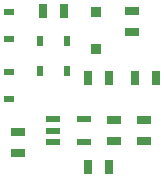
<source format=gbr>
G04 EAGLE Gerber RS-274X export*
G75*
%MOMM*%
%FSLAX34Y34*%
%LPD*%
%INTop Paste*%
%IPPOS*%
%AMOC8*
5,1,8,0,0,1.08239X$1,22.5*%
G01*
%ADD10R,1.200000X0.800000*%
%ADD11R,0.630000X0.830000*%
%ADD12R,0.830000X0.630000*%
%ADD13R,0.950000X0.900000*%
%ADD14R,0.800000X1.200000*%
%ADD15R,1.200000X0.550000*%


D10*
X193040Y152510D03*
X193040Y134510D03*
X203200Y59800D03*
X203200Y41800D03*
X96520Y49640D03*
X96520Y31640D03*
D11*
X138500Y101600D03*
X115500Y101600D03*
X138500Y127000D03*
X115500Y127000D03*
D12*
X88900Y100400D03*
X88900Y77400D03*
X88900Y128200D03*
X88900Y151200D03*
D13*
X162560Y151640D03*
X162560Y120140D03*
D14*
X118000Y152400D03*
X136000Y152400D03*
X156100Y20320D03*
X174100Y20320D03*
D10*
X177800Y41800D03*
X177800Y59800D03*
D14*
X156100Y95250D03*
X174100Y95250D03*
X213470Y95250D03*
X195470Y95250D03*
D15*
X126699Y60300D03*
X126699Y50800D03*
X126699Y41300D03*
X152701Y41300D03*
X152701Y60300D03*
M02*

</source>
